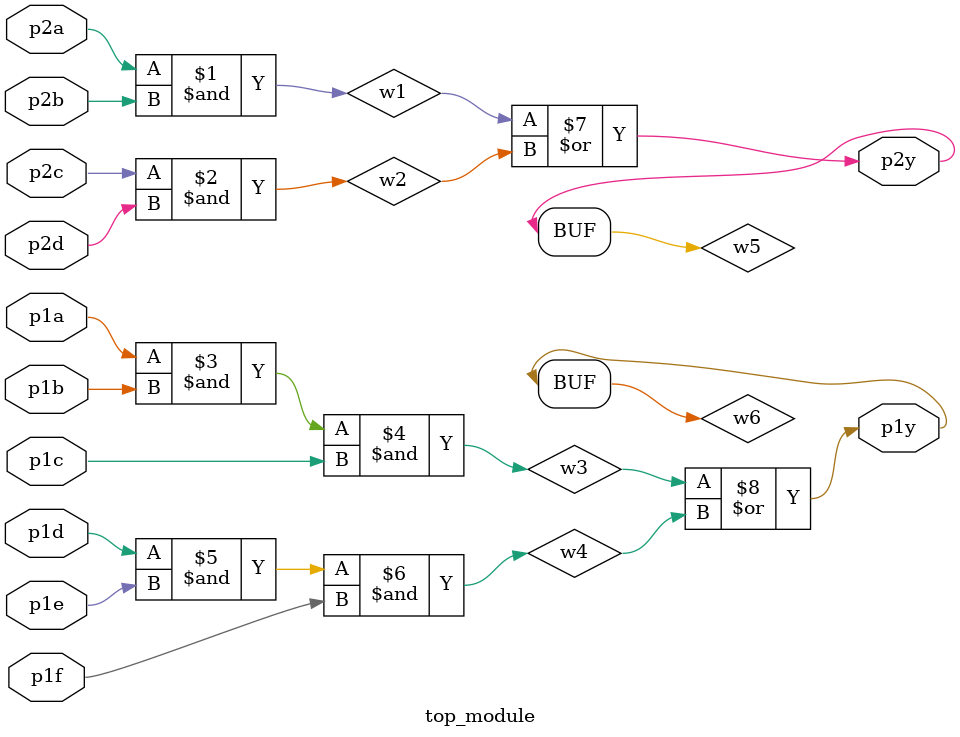
<source format=v>
module top_module ( 
    input p1a, p1b, p1c, p1d, p1e, p1f,
    output p1y,
    input p2a, p2b, p2c, p2d,
    output p2y );

wire w1,w2,w3,w4,w5,w6;
    assign w1 = p2a & p2b;
    assign w2 = p2c & p2d;
    assign w3 = p1a & p1b & p1c;
    assign w4 = p1d & p1e & p1f;
    assign w5 = w1 | w2;
    assign w6 = w3 | w4;
    
    assign p1y = w6;
    assign p2y = w5;
endmodule

</source>
